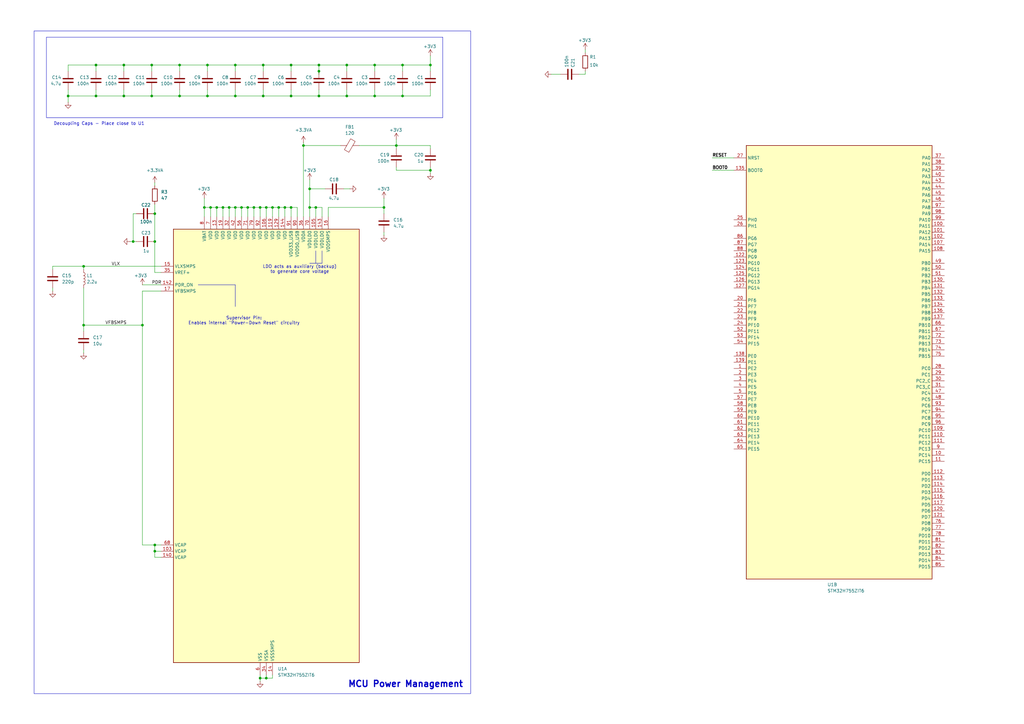
<source format=kicad_sch>
(kicad_sch (version 20250114) (generator "eeschema") (generator_version "9.0")
  (paper "A3")
  (lib_symbols
    (symbol "Device:C" (pin_numbers (hide yes)) (pin_names (offset 0.254))
      (property "Reference" "C" (at 0.635 2.54 0))
      (property "Value" "C" (at 0.635 -2.54 0))
      (symbol "C_0_1"
        (polyline (pts (xy -2.032 0.762) (xy 2.032 0.762)) (stroke (width 0.508)))
        (polyline (pts (xy -2.032 -0.762) (xy 2.032 -0.762)) (stroke (width 0.508)))
      )
      (symbol "C_1_1"
        (pin passive line (at 0 3.81 270) (length 2.794) (name "~") (number "1"))
        (pin passive line (at 0 -3.81 90) (length 2.794) (name "~") (number "2"))
      )
    )
    (symbol "Device:FerriteBead" (pin_numbers (hide yes)) (pin_names (offset 0))
      (property "Reference" "FB" (at -3.81 0.635 90))
      (property "Value" "FerriteBead" (at 3.81 0 90))
      (symbol "FerriteBead_0_1"
        (polyline (pts (xy -2.7686 0.4064) (xy -1.7018 2.2606) (xy 2.7686 -0.3048) (xy 1.6764 -2.159) (xy -2.7686 0.4064)))
        (polyline (pts (xy 0 1.27) (xy 0 1.2954)))
        (polyline (pts (xy 0 -1.27) (xy 0 -1.2192)))
      )
      (symbol "FerriteBead_1_1"
        (pin passive line (at 0 3.81 270) (length 2.54) (name "~") (number "1"))
        (pin passive line (at 0 -3.81 90) (length 2.54) (name "~") (number "2"))
      )
    )
    (symbol "Device:L" (pin_numbers (hide yes)) (pin_names (offset 1.016) (hide yes))
      (property "Reference" "L" (at -1.27 0 90))
      (property "Value" "L" (at 1.905 0 90))
      (symbol "L_0_1"
        (arc (start 0 2.54) (mid 0.6323 1.905) (end 0 1.27))
        (arc (start 0 1.27) (mid 0.6323 0.635) (end 0 0))
        (arc (start 0 0) (mid 0.6323 -0.635) (end 0 -1.27))
        (arc (start 0 -1.27) (mid 0.6323 -1.905) (end 0 -2.54))
      )
      (symbol "L_1_1"
        (pin passive line (at 0 3.81 270) (length 1.27) (name "1") (number "1"))
        (pin passive line (at 0 -3.81 90) (length 1.27) (name "2") (number "2"))
      )
    )
    (symbol "Device:R" (pin_numbers (hide yes)) (pin_names (offset 0))
      (property "Reference" "R" (at 2.032 0 90))
      (property "Value" "R" (at 0 0 90))
      (symbol "R_0_1"
        (rectangle (start -1.016 -2.54) (end 1.016 2.54) (stroke (width 0.254)))
      )
      (symbol "R_1_1"
        (pin passive line (at 0 3.81 270) (length 1.27) (name "~") (number "1"))
        (pin passive line (at 0 -3.81 90) (length 1.27) (name "~") (number "2"))
      )
    )
    (symbol "MCU_ST_STM32H7:STM32H755ZITx"
      (property "Reference" "U1" (at 4.6833 -91.44 0))
      (property "Value" "STM32H755ZIT6" (at 4.6833 -93.98 0))
      (symbol "STM32H755ZITx_0_1"
        (rectangle (start -38.1 88.9) (end 38.1 -88.9) (stroke (width 0.254)) (fill (type background)))
      )
      (symbol "STM32H755ZITx_1_1"
        (pin power_in line (at -43.18 73.66 0) (length 5.08) (name "VLXSMPS") (number "15"))
        (pin input line (at -43.18 71.12 0) (length 5.08) (name "VREF+") (number "35"))
        (pin input line (at -43.18 66.04 0) (length 5.08) (name "PDR_ON") (number "142"))
        (pin input line (at -43.18 63.5 0) (length 5.08) (name "VFBSMPS") (number "17"))
        (pin power_out line (at -43.18 -40.64 0) (length 5.08) (name "VCAP") (number "68"))
        (pin power_out line (at -43.18 -43.18 0) (length 5.08) (name "VCAP") (number "103"))
        (pin power_out line (at -43.18 -45.72 0) (length 5.08) (name "VCAP") (number "140"))
        (pin power_in line (at -25.4 93.98 270) (length 5.08) (name "VBAT") (number "8"))
        (pin power_in line (at -22.86 93.98 270) (length 5.08) (name "VDD") (number "7"))
        (pin power_in line (at -20.32 93.98 270) (length 5.08) (name "VDD") (number "13"))
        (pin power_in line (at -17.78 93.98 270) (length 5.08) (name "VDD") (number "19"))
        (pin power_in line (at -15.24 93.98 270) (length 5.08) (name "VDD") (number "32"))
        (pin power_in line (at -12.7 93.98 270) (length 5.08) (name "VDD") (number "42"))
        (pin power_in line (at -10.16 93.98 270) (length 5.08) (name "VDD") (number "56"))
        (pin power_in line (at -7.62 93.98 270) (length 5.08) (name "VDD") (number "71"))
        (pin power_in line (at -5.08 93.98 270) (length 5.08) (name "VDD") (number "79"))
        (pin power_in line (at -2.54 93.98 270) (length 5.08) (name "VDD") (number "92"))
        (pin passive line (at -2.54 -93.98 90) (length 5.08) (hide yes) (name "VSS") (number "104"))
        (pin passive line (at -2.54 -93.98 90) (length 5.08) (hide yes) (name "VSS") (number "118"))
        (pin passive line (at -2.54 -93.98 90) (length 5.08) (hide yes) (name "VSS") (number "12"))
        (pin passive line (at -2.54 -93.98 90) (length 5.08) (hide yes) (name "VSS") (number "128"))
        (pin passive line (at -2.54 -93.98 90) (length 5.08) (hide yes) (name "VSS") (number "141"))
        (pin passive line (at -2.54 -93.98 90) (length 5.08) (hide yes) (name "VSS") (number "18"))
        (pin passive line (at -2.54 -93.98 90) (length 5.08) (hide yes) (name "VSS") (number "33"))
        (pin passive line (at -2.54 -93.98 90) (length 5.08) (hide yes) (name "VSS") (number "41"))
        (pin passive line (at -2.54 -93.98 90) (length 5.08) (hide yes) (name "VSS") (number "55"))
        (pin power_in line (at -2.54 -93.98 90) (length 5.08) (name "VSS") (number "6"))
        (pin passive line (at -2.54 -93.98 90) (length 5.08) (hide yes) (name "VSS") (number "69"))
        (pin passive line (at -2.54 -93.98 90) (length 5.08) (hide yes) (name "VSS") (number "80"))
        (pin passive line (at -2.54 -93.98 90) (length 5.08) (hide yes) (name "VSS") (number "89"))
        (pin power_in line (at 0 93.98 270) (length 5.08) (name "VDD") (number "106"))
        (pin power_in line (at 0 -93.98 90) (length 5.08) (name "VSSA") (number "34"))
        (pin power_in line (at 2.54 93.98 270) (length 5.08) (name "VDD") (number "119"))
        (pin power_in line (at 2.54 -93.98 90) (length 5.08) (name "VSSSMPS") (number "14"))
        (pin power_in line (at 5.08 93.98 270) (length 5.08) (name "VDD") (number "129"))
        (pin power_in line (at 7.62 93.98 270) (length 5.08) (name "VDD") (number "144"))
        (pin power_in line (at 10.16 93.98 270) (length 5.08) (name "VDD33_USB") (number "91"))
        (pin power_in line (at 12.7 93.98 270) (length 5.08) (name "VDD50_USB") (number "90"))
        (pin power_in line (at 15.24 93.98 270) (length 5.08) (name "VDDA") (number "36"))
        (pin power_in line (at 17.78 93.98 270) (length 5.08) (name "VDDLDO") (number "70"))
        (pin power_in line (at 20.32 93.98 270) (length 5.08) (name "VDDLDO") (number "105"))
        (pin power_in line (at 22.86 93.98 270) (length 5.08) (name "VDDLDO") (number "143"))
        (pin power_in line (at 25.4 93.98 270) (length 5.08) (name "VDDSMPS") (number "16"))
      )
      (symbol "STM32H755ZITx_2_1"
        (pin input line (at -43.18 83.82 0) (length 5.08) (name "NRST") (number "27"))
        (pin input line (at -43.18 78.74 0) (length 5.08) (name "BOOT0") (number "135"))
        (pin bidirectional line (at -43.18 58.42 0) (length 5.08) (name "PH0") (number "25"))
        (pin bidirectional line (at -43.18 55.88 0) (length 5.08) (name "PH1") (number "26"))
        (pin bidirectional line (at -43.18 50.8 0) (length 5.08) (name "PG6") (number "86"))
        (pin bidirectional line (at -43.18 48.26 0) (length 5.08) (name "PG7") (number "87"))
        (pin bidirectional line (at -43.18 45.72 0) (length 5.08) (name "PG8") (number "88"))
        (pin bidirectional line (at -43.18 43.18 0) (length 5.08) (name "PG9") (number "122"))
        (pin bidirectional line (at -43.18 40.64 0) (length 5.08) (name "PG10") (number "123"))
        (pin bidirectional line (at -43.18 38.1 0) (length 5.08) (name "PG11") (number "124"))
        (pin bidirectional line (at -43.18 35.56 0) (length 5.08) (name "PG12") (number "125"))
        (pin bidirectional line (at -43.18 33.02 0) (length 5.08) (name "PG13") (number "126"))
        (pin bidirectional line (at -43.18 30.48 0) (length 5.08) (name "PG14") (number "127"))
        (pin bidirectional line (at -43.18 25.4 0) (length 5.08) (name "PF6") (number "20"))
        (pin bidirectional line (at -43.18 22.86 0) (length 5.08) (name "PF7") (number "21"))
        (pin bidirectional line (at -43.18 20.32 0) (length 5.08) (name "PF8") (number "22"))
        (pin bidirectional line (at -43.18 17.78 0) (length 5.08) (name "PF9") (number "23"))
        (pin bidirectional line (at -43.18 15.24 0) (length 5.08) (name "PF10") (number "24"))
        (pin bidirectional line (at -43.18 12.7 0) (length 5.08) (name "PF11") (number "52"))
        (pin bidirectional line (at -43.18 10.16 0) (length 5.08) (name "PF14") (number "53"))
        (pin bidirectional line (at -43.18 7.62 0) (length 5.08) (name "PF15") (number "54"))
        (pin bidirectional line (at -43.18 2.54 0) (length 5.08) (name "PE0") (number "138"))
        (pin bidirectional line (at -43.18 0 0) (length 5.08) (name "PE1") (number "139"))
        (pin bidirectional line (at -43.18 -2.54 0) (length 5.08) (name "PE2") (number "1"))
        (pin bidirectional line (at -43.18 -5.08 0) (length 5.08) (name "PE3") (number "2"))
        (pin bidirectional line (at -43.18 -7.62 0) (length 5.08) (name "PE4") (number "3"))
        (pin bidirectional line (at -43.18 -10.16 0) (length 5.08) (name "PE5") (number "4"))
        (pin bidirectional line (at -43.18 -12.7 0) (length 5.08) (name "PE6") (number "5"))
        (pin bidirectional line (at -43.18 -15.24 0) (length 5.08) (name "PE7") (number "57"))
        (pin bidirectional line (at -43.18 -17.78 0) (length 5.08) (name "PE8") (number "58"))
        (pin bidirectional line (at -43.18 -20.32 0) (length 5.08) (name "PE9") (number "59"))
        (pin bidirectional line (at -43.18 -22.86 0) (length 5.08) (name "PE10") (number "60"))
        (pin bidirectional line (at -43.18 -25.4 0) (length 5.08) (name "PE11") (number "61"))
        (pin bidirectional line (at -43.18 -27.94 0) (length 5.08) (name "PE12") (number "62"))
        (pin bidirectional line (at -43.18 -30.48 0) (length 5.08) (name "PE13") (number "63"))
        (pin bidirectional line (at -43.18 -33.02 0) (length 5.08) (name "PE14") (number "64"))
        (pin bidirectional line (at -43.18 -35.56 0) (length 5.08) (name "PE15") (number "65"))
        (pin bidirectional line (at 43.18 83.82 180) (length 5.08) (name "PA0") (number "37"))
        (pin bidirectional line (at 43.18 81.28 180) (length 5.08) (name "PA1") (number "38"))
        (pin bidirectional line (at 43.18 78.74 180) (length 5.08) (name "PA2") (number "39"))
        (pin bidirectional line (at 43.18 76.2 180) (length 5.08) (name "PA3") (number "40"))
        (pin bidirectional line (at 43.18 73.66 180) (length 5.08) (name "PA4") (number "43"))
        (pin bidirectional line (at 43.18 71.12 180) (length 5.08) (name "PA5") (number "44"))
        (pin bidirectional line (at 43.18 68.58 180) (length 5.08) (name "PA6") (number "45"))
        (pin bidirectional line (at 43.18 66.04 180) (length 5.08) (name "PA7") (number "46"))
        (pin bidirectional line (at 43.18 63.5 180) (length 5.08) (name "PA8") (number "97"))
        (pin bidirectional line (at 43.18 60.96 180) (length 5.08) (name "PA9") (number "98"))
        (pin bidirectional line (at 43.18 58.42 180) (length 5.08) (name "PA10") (number "99"))
        (pin bidirectional line (at 43.18 55.88 180) (length 5.08) (name "PA11") (number "100"))
        (pin bidirectional line (at 43.18 53.34 180) (length 5.08) (name "PA12") (number "101"))
        (pin bidirectional line (at 43.18 50.8 180) (length 5.08) (name "PA13") (number "102"))
        (pin bidirectional line (at 43.18 48.26 180) (length 5.08) (name "PA14") (number "107"))
        (pin bidirectional line (at 43.18 45.72 180) (length 5.08) (name "PA15") (number "108"))
        (pin bidirectional line (at 43.18 40.64 180) (length 5.08) (name "PB0") (number "49"))
        (pin bidirectional line (at 43.18 38.1 180) (length 5.08) (name "PB1") (number "50"))
        (pin bidirectional line (at 43.18 35.56 180) (length 5.08) (name "PB2") (number "51"))
        (pin bidirectional line (at 43.18 33.02 180) (length 5.08) (name "PB3") (number "130"))
        (pin bidirectional line (at 43.18 30.48 180) (length 5.08) (name "PB4") (number "131"))
        (pin bidirectional line (at 43.18 27.94 180) (length 5.08) (name "PB5") (number "132"))
        (pin bidirectional line (at 43.18 25.4 180) (length 5.08) (name "PB6") (number "133"))
        (pin bidirectional line (at 43.18 22.86 180) (length 5.08) (name "PB7") (number "134"))
        (pin bidirectional line (at 43.18 20.32 180) (length 5.08) (name "PB8") (number "136"))
        (pin bidirectional line (at 43.18 17.78 180) (length 5.08) (name "PB9") (number "137"))
        (pin bidirectional line (at 43.18 15.24 180) (length 5.08) (name "PB10") (number "66"))
        (pin bidirectional line (at 43.18 12.7 180) (length 5.08) (name "PB11") (number "67"))
        (pin bidirectional line (at 43.18 10.16 180) (length 5.08) (name "PB12") (number "72"))
        (pin bidirectional line (at 43.18 7.62 180) (length 5.08) (name "PB13") (number "73"))
        (pin bidirectional line (at 43.18 5.08 180) (length 5.08) (name "PB14") (number "74"))
        (pin bidirectional line (at 43.18 2.54 180) (length 5.08) (name "PB15") (number "75"))
        (pin bidirectional line (at 43.18 -2.54 180) (length 5.08) (name "PC0") (number "28"))
        (pin bidirectional line (at 43.18 -5.08 180) (length 5.08) (name "PC1") (number "29"))
        (pin bidirectional line (at 43.18 -7.62 180) (length 5.08) (name "PC2_C") (number "30"))
        (pin bidirectional line (at 43.18 -10.16 180) (length 5.08) (name "PC3_C") (number "31"))
        (pin bidirectional line (at 43.18 -12.7 180) (length 5.08) (name "PC4") (number "47"))
        (pin bidirectional line (at 43.18 -15.24 180) (length 5.08) (name "PC5") (number "48"))
        (pin bidirectional line (at 43.18 -17.78 180) (length 5.08) (name "PC6") (number "93"))
        (pin bidirectional line (at 43.18 -20.32 180) (length 5.08) (name "PC7") (number "94"))
        (pin bidirectional line (at 43.18 -22.86 180) (length 5.08) (name "PC8") (number "95"))
        (pin bidirectional line (at 43.18 -25.4 180) (length 5.08) (name "PC9") (number "96"))
        (pin bidirectional line (at 43.18 -27.94 180) (length 5.08) (name "PC10") (number "109"))
        (pin bidirectional line (at 43.18 -30.48 180) (length 5.08) (name "PC11") (number "110"))
        (pin bidirectional line (at 43.18 -33.02 180) (length 5.08) (name "PC12") (number "111"))
        (pin bidirectional line (at 43.18 -35.56 180) (length 5.08) (name "PC13") (number "9"))
        (pin bidirectional line (at 43.18 -38.1 180) (length 5.08) (name "PC14") (number "10"))
        (pin bidirectional line (at 43.18 -40.64 180) (length 5.08) (name "PC15") (number "11"))
        (pin bidirectional line (at 43.18 -45.72 180) (length 5.08) (name "PD0") (number "112"))
        (pin bidirectional line (at 43.18 -48.26 180) (length 5.08) (name "PD1") (number "113"))
        (pin bidirectional line (at 43.18 -50.8 180) (length 5.08) (name "PD2") (number "114"))
        (pin bidirectional line (at 43.18 -53.34 180) (length 5.08) (name "PD3") (number "115"))
        (pin bidirectional line (at 43.18 -55.88 180) (length 5.08) (name "PD4") (number "116"))
        (pin bidirectional line (at 43.18 -58.42 180) (length 5.08) (name "PD5") (number "117"))
        (pin bidirectional line (at 43.18 -60.96 180) (length 5.08) (name "PD6") (number "120"))
        (pin bidirectional line (at 43.18 -63.5 180) (length 5.08) (name "PD7") (number "121"))
        (pin bidirectional line (at 43.18 -66.04 180) (length 5.08) (name "PD8") (number "76"))
        (pin bidirectional line (at 43.18 -68.58 180) (length 5.08) (name "PD9") (number "77"))
        (pin bidirectional line (at 43.18 -71.12 180) (length 5.08) (name "PD10") (number "78"))
        (pin bidirectional line (at 43.18 -73.66 180) (length 5.08) (name "PD11") (number "81"))
        (pin bidirectional line (at 43.18 -76.2 180) (length 5.08) (name "PD12") (number "82"))
        (pin bidirectional line (at 43.18 -78.74 180) (length 5.08) (name "PD13") (number "83"))
        (pin bidirectional line (at 43.18 -81.28 180) (length 5.08) (name "PD14") (number "84"))
        (pin bidirectional line (at 43.18 -83.82 180) (length 5.08) (name "PD15") (number "85"))
      )
    )
    (symbol "power:+3.3VA" (power) (pin_numbers (hide yes)) (pin_names (offset 0) (hide yes))
      (property "Value" "+3.3VA" (at 0 3.556 0))
      (symbol "+3.3VA_0_1"
        (polyline (pts (xy -0.762 1.27) (xy 0 2.54)))
        (polyline (pts (xy 0 2.54) (xy 0.762 1.27)))
        (polyline (pts (xy 0 0) (xy 0 2.54)))
      )
      (symbol "+3.3VA_1_1"
        (pin power_in line (at 0 0 90) (length 0) (name "~") (number "1"))
      )
    )
    (symbol "power:+3V3" (power) (pin_numbers (hide yes)) (pin_names (offset 0) (hide yes))
      (property "Value" "+3V3" (at 0 3.556 0))
      (symbol "+3V3_0_1"
        (polyline (pts (xy -0.762 1.27) (xy 0 2.54)))
        (polyline (pts (xy 0 2.54) (xy 0.762 1.27)))
        (polyline (pts (xy 0 0) (xy 0 2.54)))
      )
      (symbol "+3V3_1_1"
        (pin power_in line (at 0 0 90) (length 0) (name "~") (number "1"))
      )
    )
    (symbol "power:GND" (power) (pin_numbers (hide yes)) (pin_names (offset 0) (hide yes))
      (property "Value" "GND" (at 0 -3.81 0))
      (symbol "GND_0_1"
        (polyline (pts (xy 0 0) (xy 0 -1.27) (xy 1.27 -1.27) (xy 0 -2.54) (xy -1.27 -1.27) (xy 0 -1.27)))
      )
      (symbol "GND_1_1"
        (pin power_in line (at 0 0 270) (length 0) (name "~") (number "1"))
      )
    )
  )
  (rectangle (start 19.05 15.24) (end 181.61 48.26))
  (rectangle (start 13.97 12.7) (end 193.04 284.48))
  (text "LDO acts as auxiliary (backup)\nto generate core voltage" (at 122.936 110.49 0) (effects (font (size 1.27 1.27))))
  (text "Supervisor Pin:\nEnables internal \"Power-Down Reset\" circuitry" (at 100.076 131.572 0) (effects (font (size 1.27 1.27))))
  (text "Decoupling Caps - Place close to U1" (at 40.64 50.8 0) (effects (font (size 1.27 1.27))))
  (text "MCU Power Management" (at 166.37 280.67 0) (effects (font (size 2.54 2.54) (thickness 0.508) (bold yes))))
  (junction (at 142.24 39.37))
  (junction (at 129.54 85.09))
  (junction (at 85.09 39.37))
  (junction (at 111.76 85.09))
  (junction (at 101.6 85.09))
  (junction (at 119.38 39.37))
  (junction (at 119.38 26.67))
  (junction (at 162.56 59.69))
  (junction (at 119.38 85.09))
  (junction (at 114.3 85.09))
  (junction (at 104.14 85.09))
  (junction (at 27.94 39.37))
  (junction (at 34.29 133.35))
  (junction (at 107.95 39.37))
  (junction (at 83.82 85.09))
  (junction (at 127 85.09))
  (junction (at 39.37 39.37))
  (junction (at 96.52 85.09))
  (junction (at 165.1 39.37))
  (junction (at 130.81 29.21))
  (junction (at 62.23 39.37))
  (junction (at 54.61 99.06))
  (junction (at 153.67 26.67))
  (junction (at 63.5 87.63))
  (junction (at 63.5 223.52))
  (junction (at 96.52 39.37))
  (junction (at 176.53 69.85))
  (junction (at 157.48 85.09))
  (junction (at 153.67 39.37))
  (junction (at 106.68 85.09))
  (junction (at 58.42 133.35))
  (junction (at 39.37 26.67))
  (junction (at 63.5 226.06))
  (junction (at 88.9 85.09))
  (junction (at 62.23 26.67))
  (junction (at 73.66 39.37))
  (junction (at 130.81 39.37))
  (junction (at 96.52 26.67))
  (junction (at 124.46 59.69))
  (junction (at 142.24 26.67))
  (junction (at 73.66 26.67))
  (junction (at 85.09 26.67))
  (junction (at 63.5 99.06))
  (junction (at 127 77.47))
  (junction (at 176.53 26.67))
  (junction (at 116.84 85.09))
  (junction (at 50.8 39.37))
  (junction (at 34.29 109.22))
  (junction (at 165.1 26.67))
  (junction (at 99.06 85.09))
  (junction (at 93.98 85.09))
  (junction (at 50.8 26.67))
  (junction (at 109.22 85.09))
  (junction (at 109.22 278.13))
  (junction (at 130.81 26.67))
  (junction (at 91.44 85.09))
  (junction (at 107.95 26.67))
  (junction (at 106.68 278.13))
  (junction (at 86.36 85.09))
  (wire (pts (xy 39.37 26.67) (xy 27.94 26.67)))
  (wire (pts (xy 127 85.09) (xy 127 88.9)))
  (wire (pts (xy 127 85.09) (xy 129.54 85.09)))
  (wire (pts (xy 63.5 226.06) (xy 63.5 228.6)))
  (wire (pts (xy 292.1 69.85) (xy 300.99 69.85)))
  (wire (pts (xy 63.5 223.52) (xy 63.5 226.06)))
  (wire (pts (xy 104.14 85.09) (xy 106.68 85.09)))
  (wire (pts (xy 34.29 118.11) (xy 34.29 133.35)))
  (wire (pts (xy 130.81 26.67) (xy 119.38 26.67)))
  (wire (pts (xy 39.37 39.37) (xy 50.8 39.37)))
  (wire (pts (xy 106.68 278.13) (xy 106.68 279.4)))
  (wire (pts (xy 63.5 228.6) (xy 66.04 228.6)))
  (wire (pts (xy 34.29 133.35) (xy 34.29 135.89)))
  (wire (pts (xy 34.29 133.35) (xy 58.42 133.35)))
  (wire (pts (xy 162.56 57.15) (xy 162.56 59.69)))
  (wire (pts (xy 62.23 36.83) (xy 62.23 39.37)))
  (wire (pts (xy 21.59 109.22) (xy 21.59 110.49)))
  (polyline (pts (xy 96.52 125.73) (xy 96.52 116.84)))
  (wire (pts (xy 237.49 30.48) (xy 240.03 30.48)))
  (wire (pts (xy 93.98 85.09) (xy 93.98 88.9)))
  (wire (pts (xy 96.52 85.09) (xy 99.06 85.09)))
  (wire (pts (xy 119.38 85.09) (xy 119.38 88.9)))
  (wire (pts (xy 153.67 26.67) (xy 142.24 26.67)))
  (wire (pts (xy 119.38 36.83) (xy 119.38 39.37)))
  (wire (pts (xy 101.6 85.09) (xy 104.14 85.09)))
  (wire (pts (xy 226.06 30.48) (xy 229.87 30.48)))
  (wire (pts (xy 130.81 39.37) (xy 142.24 39.37)))
  (wire (pts (xy 129.54 85.09) (xy 132.08 85.09)))
  (wire (pts (xy 240.03 21.59) (xy 240.03 20.32)))
  (wire (pts (xy 34.29 109.22) (xy 34.29 110.49)))
  (wire (pts (xy 162.56 69.85) (xy 176.53 69.85)))
  (wire (pts (xy 124.46 59.69) (xy 124.46 88.9)))
  (wire (pts (xy 96.52 26.67) (xy 85.09 26.67)))
  (wire (pts (xy 39.37 26.67) (xy 39.37 29.21)))
  (wire (pts (xy 119.38 26.67) (xy 119.38 29.21)))
  (polyline (pts (xy 81.28 116.84) (xy 96.52 116.84)))
  (wire (pts (xy 162.56 59.69) (xy 176.53 59.69)))
  (wire (pts (xy 50.8 36.83) (xy 50.8 39.37)))
  (wire (pts (xy 39.37 36.83) (xy 39.37 39.37)))
  (wire (pts (xy 85.09 36.83) (xy 85.09 39.37)))
  (wire (pts (xy 176.53 69.85) (xy 176.53 68.58)))
  (wire (pts (xy 58.42 133.35) (xy 58.42 119.38)))
  (wire (pts (xy 106.68 85.09) (xy 109.22 85.09)))
  (wire (pts (xy 130.81 29.21) (xy 130.81 30.48)))
  (wire (pts (xy 165.1 36.83) (xy 165.1 39.37)))
  (wire (pts (xy 83.82 81.28) (xy 83.82 85.09)))
  (polyline (pts (xy 132.08 102.87) (xy 132.08 107.95)))
  (wire (pts (xy 142.24 26.67) (xy 142.24 29.21)))
  (wire (pts (xy 130.81 36.83) (xy 130.81 39.37)))
  (wire (pts (xy 34.29 143.51) (xy 34.29 144.78)))
  (wire (pts (xy 153.67 26.67) (xy 153.67 29.21)))
  (wire (pts (xy 134.62 85.09) (xy 157.48 85.09)))
  (wire (pts (xy 85.09 39.37) (xy 96.52 39.37)))
  (wire (pts (xy 142.24 26.67) (xy 130.81 26.67)))
  (wire (pts (xy 88.9 85.09) (xy 88.9 88.9)))
  (wire (pts (xy 50.8 26.67) (xy 39.37 26.67)))
  (wire (pts (xy 63.5 87.63) (xy 63.5 99.06)))
  (wire (pts (xy 62.23 26.67) (xy 62.23 29.21)))
  (wire (pts (xy 109.22 85.09) (xy 111.76 85.09)))
  (wire (pts (xy 96.52 26.67) (xy 96.52 29.21)))
  (wire (pts (xy 73.66 26.67) (xy 62.23 26.67)))
  (wire (pts (xy 58.42 223.52) (xy 63.5 223.52)))
  (wire (pts (xy 162.56 59.69) (xy 162.56 60.96)))
  (wire (pts (xy 153.67 36.83) (xy 153.67 39.37)))
  (wire (pts (xy 27.94 36.83) (xy 27.94 39.37)))
  (wire (pts (xy 124.46 59.69) (xy 139.7 59.69)))
  (wire (pts (xy 107.95 26.67) (xy 96.52 26.67)))
  (wire (pts (xy 96.52 39.37) (xy 107.95 39.37)))
  (wire (pts (xy 106.68 85.09) (xy 106.68 88.9)))
  (wire (pts (xy 162.56 59.69) (xy 147.32 59.69)))
  (wire (pts (xy 21.59 118.11) (xy 21.59 119.38)))
  (wire (pts (xy 176.53 22.86) (xy 176.53 26.67)))
  (wire (pts (xy 91.44 85.09) (xy 93.98 85.09)))
  (wire (pts (xy 129.54 85.09) (xy 129.54 88.9)))
  (wire (pts (xy 114.3 85.09) (xy 114.3 88.9)))
  (wire (pts (xy 130.81 26.67) (xy 130.81 29.21)))
  (wire (pts (xy 116.84 85.09) (xy 116.84 88.9)))
  (wire (pts (xy 162.56 68.58) (xy 162.56 69.85)))
  (wire (pts (xy 50.8 26.67) (xy 50.8 29.21)))
  (wire (pts (xy 240.03 30.48) (xy 240.03 29.21)))
  (wire (pts (xy 132.08 85.09) (xy 132.08 88.9)))
  (wire (pts (xy 91.44 85.09) (xy 91.44 88.9)))
  (wire (pts (xy 153.67 39.37) (xy 165.1 39.37)))
  (wire (pts (xy 54.61 87.63) (xy 54.61 99.06)))
  (wire (pts (xy 55.88 87.63) (xy 54.61 87.63)))
  (wire (pts (xy 99.06 85.09) (xy 101.6 85.09)))
  (wire (pts (xy 119.38 39.37) (xy 130.81 39.37)))
  (wire (pts (xy 165.1 26.67) (xy 153.67 26.67)))
  (polyline (pts (xy 129.54 102.87) (xy 129.54 107.95)))
  (wire (pts (xy 63.5 111.76) (xy 66.04 111.76)))
  (wire (pts (xy 50.8 39.37) (xy 62.23 39.37)))
  (wire (pts (xy 176.53 26.67) (xy 176.53 29.21)))
  (wire (pts (xy 62.23 39.37) (xy 73.66 39.37)))
  (polyline (pts (xy 127 107.95) (xy 132.08 107.95)))
  (wire (pts (xy 111.76 85.09) (xy 111.76 88.9)))
  (wire (pts (xy 66.04 223.52) (xy 63.5 223.52)))
  (wire (pts (xy 107.95 39.37) (xy 119.38 39.37)))
  (wire (pts (xy 176.53 69.85) (xy 176.53 71.12)))
  (wire (pts (xy 127 73.66) (xy 127 77.47)))
  (wire (pts (xy 63.5 226.06) (xy 66.04 226.06)))
  (wire (pts (xy 34.29 109.22) (xy 21.59 109.22)))
  (wire (pts (xy 165.1 39.37) (xy 176.53 39.37)))
  (wire (pts (xy 73.66 39.37) (xy 85.09 39.37)))
  (wire (pts (xy 111.76 278.13) (xy 111.76 276.86)))
  (wire (pts (xy 109.22 278.13) (xy 111.76 278.13)))
  (wire (pts (xy 157.48 85.09) (xy 157.48 87.63)))
  (wire (pts (xy 83.82 85.09) (xy 83.82 88.9)))
  (wire (pts (xy 83.82 85.09) (xy 86.36 85.09)))
  (wire (pts (xy 58.42 119.38) (xy 66.04 119.38)))
  (wire (pts (xy 157.48 81.28) (xy 157.48 85.09)))
  (wire (pts (xy 107.95 36.83) (xy 107.95 39.37)))
  (wire (pts (xy 106.68 276.86) (xy 106.68 278.13)))
  (wire (pts (xy 114.3 85.09) (xy 116.84 85.09)))
  (wire (pts (xy 124.46 58.42) (xy 124.46 59.69)))
  (wire (pts (xy 157.48 95.25) (xy 157.48 96.52)))
  (wire (pts (xy 292.1 64.77) (xy 300.99 64.77)))
  (wire (pts (xy 96.52 36.83) (xy 96.52 39.37)))
  (wire (pts (xy 96.52 85.09) (xy 96.52 88.9)))
  (wire (pts (xy 109.22 276.86) (xy 109.22 278.13)))
  (wire (pts (xy 104.14 85.09) (xy 104.14 88.9)))
  (wire (pts (xy 73.66 36.83) (xy 73.66 39.37)))
  (wire (pts (xy 109.22 85.09) (xy 109.22 88.9)))
  (wire (pts (xy 116.84 85.09) (xy 119.38 85.09)))
  (wire (pts (xy 121.92 85.09) (xy 121.92 88.9)))
  (wire (pts (xy 140.97 77.47) (xy 143.51 77.47)))
  (wire (pts (xy 111.76 85.09) (xy 114.3 85.09)))
  (wire (pts (xy 27.94 26.67) (xy 27.94 29.21)))
  (wire (pts (xy 63.5 83.82) (xy 63.5 87.63)))
  (wire (pts (xy 176.53 36.83) (xy 176.53 39.37)))
  (wire (pts (xy 106.68 278.13) (xy 109.22 278.13)))
  (wire (pts (xy 101.6 85.09) (xy 101.6 88.9)))
  (wire (pts (xy 119.38 85.09) (xy 121.92 85.09)))
  (wire (pts (xy 34.29 109.22) (xy 66.04 109.22)))
  (wire (pts (xy 176.53 59.69) (xy 176.53 60.96)))
  (wire (pts (xy 85.09 26.67) (xy 73.66 26.67)))
  (wire (pts (xy 54.61 99.06) (xy 55.88 99.06)))
  (wire (pts (xy 86.36 85.09) (xy 86.36 88.9)))
  (wire (pts (xy 176.53 26.67) (xy 165.1 26.67)))
  (wire (pts (xy 27.94 41.91) (xy 27.94 39.37)))
  (wire (pts (xy 63.5 99.06) (xy 63.5 111.76)))
  (wire (pts (xy 88.9 85.09) (xy 91.44 85.09)))
  (wire (pts (xy 134.62 85.09) (xy 134.62 88.9)))
  (wire (pts (xy 58.42 133.35) (xy 58.42 223.52)))
  (wire (pts (xy 165.1 26.67) (xy 165.1 29.21)))
  (wire (pts (xy 99.06 85.09) (xy 99.06 88.9)))
  (wire (pts (xy 86.36 85.09) (xy 88.9 85.09)))
  (wire (pts (xy 119.38 26.67) (xy 107.95 26.67)))
  (wire (pts (xy 73.66 26.67) (xy 73.66 29.21)))
  (wire (pts (xy 127 77.47) (xy 127 85.09)))
  (wire (pts (xy 54.61 99.06) (xy 53.34 99.06)))
  (wire (pts (xy 142.24 36.83) (xy 142.24 39.37)))
  (wire (pts (xy 127 77.47) (xy 133.35 77.47)))
  (wire (pts (xy 58.42 116.84) (xy 66.04 116.84)))
  (wire (pts (xy 93.98 85.09) (xy 96.52 85.09)))
  (wire (pts (xy 62.23 26.67) (xy 50.8 26.67)))
  (wire (pts (xy 27.94 39.37) (xy 39.37 39.37)))
  (wire (pts (xy 85.09 26.67) (xy 85.09 29.21)))
  (wire (pts (xy 142.24 39.37) (xy 153.67 39.37)))
  (wire (pts (xy 63.5 74.93) (xy 63.5 76.2)))
  (wire (pts (xy 107.95 26.67) (xy 107.95 29.21)))
  (label "VFBSMPS" (at 43.18 133.35 0))
  (label "VLX" (at 45.72 109.22 0))
  (label "BOOT0" (at 292.1 69.85 0) (effects (font (thickness 0.254) (bold yes))))
  (label "RESET" (at 292.1 64.77 0) (effects (font (thickness 0.254) (bold yes))))
  (label "PDR" (at 62.23 116.84 0))
  (symbol (lib_id "Device:C") (at 59.69 99.06 270) (mirror x) (unit 1)
    (property "Reference" "C23" (at 57.912 95.504 90) (effects (justify left)))
    (property "Value" "1u" (at 58.674 102.87 90) (effects (justify left)))
    (property "Description" "Unpolarized capacitor" (effects (hide yes)))
  )
  (symbol (lib_id "Device:C") (at 96.52 33.02 0) (mirror y) (unit 1)
    (property "Reference" "C8" (at 93.726 31.75 0) (effects (justify left)))
    (property "Value" "100n" (at 93.726 34.29 0) (effects (justify left)))
    (property "Description" "Unpolarized capacitor" (effects (hide yes)))
  )
  (symbol (lib_id "Device:C") (at 27.94 33.02 0) (mirror y) (unit 1)
    (property "Reference" "C14" (at 25.146 31.75 0) (effects (justify left)))
    (property "Value" "4.7u" (at 25.146 34.29 0) (effects (justify left)))
    (property "Description" "Unpolarized capacitor" (effects (hide yes)))
  )
  (symbol (lib_id "Device:C") (at 50.8 33.02 0) (mirror y) (unit 1)
    (property "Reference" "C12" (at 48.006 31.75 0) (effects (justify left)))
    (property "Value" "100n" (at 48.006 34.29 0) (effects (justify left)))
    (property "Description" "Unpolarized capacitor" (effects (hide yes)))
  )
  (symbol (lib_id "Device:C") (at 73.66 33.02 0) (mirror y) (unit 1)
    (property "Reference" "C10" (at 70.866 31.75 0) (effects (justify left)))
    (property "Value" "100n" (at 70.866 34.29 0) (effects (justify left)))
    (property "Description" "Unpolarized capacitor" (effects (hide yes)))
  )
  (symbol (lib_id "power:+3V3") (at 240.03 20.32 0) (unit 1)
    (property "Reference" "#PWR017" (effects (hide yes)))
    (property "Value" "+3V3" (at 239.776 16.51 0))
    (property "Description" "Power symbol creates a global label with name \"+3V3\"" (effects (hide yes)))
  )
  (symbol (lib_id "power:GND") (at 143.51 77.47 90) (unit 1)
    (property "Reference" "#PWR011" (effects (hide yes)))
    (property "Value" "GND" (effects (hide yes)))
    (property "Description" "Power symbol creates a global label with name \"GND\" , ground" (effects (hide yes)))
  )
  (symbol (lib_id "power:+3.3VA") (at 63.5 74.93 0) (unit 1)
    (property "Reference" "#PWR016" (effects (hide yes)))
    (property "Value" "+3.3VA" (at 63.5 69.85 0))
    (property "Description" "Power symbol creates a global label with name \"+3.3VA\"" (effects (hide yes)))
  )
  (symbol (lib_id "power:GND") (at 226.06 30.48 270) (unit 1)
    (property "Reference" "#PWR018" (effects (hide yes)))
    (property "Value" "GND" (effects (hide yes)))
    (property "Description" "Power symbol creates a global label with name \"GND\" , ground" (effects (hide yes)))
  )
  (symbol (lib_id "Device:C") (at 59.69 87.63 270) (mirror x) (unit 1)
    (property "Reference" "C22" (at 57.912 84.074 90) (effects (justify left)))
    (property "Value" "100n" (at 57.404 90.932 90) (effects (justify left)))
    (property "Description" "Unpolarized capacitor" (effects (hide yes)))
  )
  (symbol (lib_id "Device:C") (at 85.09 33.02 0) (mirror y) (unit 1)
    (property "Reference" "C9" (at 82.296 31.75 0) (effects (justify left)))
    (property "Value" "100n" (at 82.296 34.29 0) (effects (justify left)))
    (property "Description" "Unpolarized capacitor" (effects (hide yes)))
  )
  (symbol (lib_id "Device:C") (at 137.16 77.47 90) (mirror x) (unit 1)
    (property "Reference" "C18" (at 138.938 73.66 90) (effects (justify left)))
    (property "Value" "4.7u" (at 139.192 81.28 90) (effects (justify left)))
    (property "Description" "Unpolarized capacitor" (effects (hide yes)))
    (property "ESR" "100mΩ" (effects (hide yes)))
  )
  (symbol (lib_id "power:GND") (at 21.59 119.38 0) (unit 1)
    (property "Reference" "#PWR05" (effects (hide yes)))
    (property "Value" "GND" (effects (hide yes)))
    (property "Description" "Power symbol creates a global label with name \"GND\" , ground" (effects (hide yes)))
  )
  (symbol (lib_id "Device:R") (at 240.03 25.4 0) (unit 1)
    (property "Reference" "R1" (at 241.808 23.368 0) (effects (justify left)))
    (property "Value" "10k" (at 241.808 26.67 0) (effects (justify left)))
    (property "Description" "Resistor" (effects (hide yes)))
  )
  (symbol (lib_id "power:GND") (at 53.34 99.06 270) (unit 1)
    (property "Reference" "#PWR020" (effects (hide yes)))
    (property "Value" "GND" (effects (hide yes)))
    (property "Description" "Power symbol creates a global label with name \"GND\" , ground" (effects (hide yes)))
  )
  (symbol (lib_id "power:GND") (at 27.94 41.91 0) (unit 1)
    (property "Reference" "#PWR06" (effects (hide yes)))
    (property "Value" "GND" (effects (hide yes)))
    (property "Description" "Power symbol creates a global label with name \"GND\" , ground" (effects (hide yes)))
  )
  (symbol (lib_id "Device:C") (at 176.53 33.02 0) (mirror y) (unit 1)
    (property "Reference" "C1" (at 173.736 31.75 0) (effects (justify left)))
    (property "Value" "100n" (at 173.736 34.29 0) (effects (justify left)))
    (property "Description" "Unpolarized capacitor" (effects (hide yes)))
  )
  (symbol (lib_id "power:GND") (at 34.29 144.78 0) (unit 1)
    (property "Reference" "#PWR07" (effects (hide yes)))
    (property "Value" "GND" (effects (hide yes)))
    (property "Description" "Power symbol creates a global label with name \"GND\" , ground" (effects (hide yes)))
  )
  (symbol (lib_id "Device:C") (at 162.56 64.77 0) (mirror y) (unit 1)
    (property "Reference" "C19" (at 159.766 63.5 0) (effects (justify left)))
    (property "Value" "100n" (at 159.766 66.04 0) (effects (justify left)))
    (property "Description" "Unpolarized capacitor" (effects (hide yes)))
  )
  (symbol (lib_id "Device:C") (at 233.68 30.48 270) (mirror x) (unit 1)
    (property "Reference" "C21" (at 234.95 27.686 0) (effects (justify left)))
    (property "Value" "100n" (at 232.41 27.686 0) (effects (justify left)))
    (property "Description" "Unpolarized capacitor" (effects (hide yes)))
  )
  (symbol (lib_id "MCU_ST_STM32H7:STM32H755ZITx") (at 109.22 182.88 0) (unit 1)
    (property "Reference" "U1" (at 113.9033 274.32 0) (effects (justify left)))
    (property "Value" "STM32H755ZIT6" (at 113.9033 276.86 0) (effects (justify left)))
    (property "Footprint" "Package_QFP:LQFP-144_20x20mm_P0.5mm" (effects (hide yes)))
    (property "Datasheet" "https://www.st.com/resource/en/datasheet/stm32h755zi.pdf" (effects (hide yes)))
    (property "Description" "STMicroelectronics Arm Cortex-M7 MCU, 2048KB flash, 1024KB RAM, 480 MHz, 1.62-3.6V, 99 GPIO, LQFP144" (effects (hide yes)))
  )
  (symbol (lib_id "Device:C") (at 39.37 33.02 0) (mirror y) (unit 1)
    (property "Reference" "C13" (at 36.576 31.75 0) (effects (justify left)))
    (property "Value" "100n" (at 36.576 34.29 0) (effects (justify left)))
    (property "Description" "Unpolarized capacitor" (effects (hide yes)))
  )
  (symbol (lib_id "power:+3V3") (at 83.82 81.28 0) (unit 1)
    (property "Reference" "#PWR02" (effects (hide yes)))
    (property "Value" "+3V3" (at 83.566 77.47 0))
    (property "Description" "Power symbol creates a global label with name \"+3V3\"" (effects (hide yes)))
  )
  (symbol (lib_id "Device:C") (at 142.24 33.02 0) (mirror y) (unit 1)
    (property "Reference" "C4" (at 139.446 31.75 0) (effects (justify left)))
    (property "Value" "100n" (at 139.446 34.29 0) (effects (justify left)))
    (property "Description" "Unpolarized capacitor" (effects (hide yes)))
  )
  (symbol (lib_id "MCU_ST_STM32H7:STM32H755ZITx") (at 344.17 148.59 0) (unit 2)
    (property "Reference" "U1" (at 339.344 239.776 0) (effects (justify left)))
    (property "Value" "STM32H755ZIT6" (at 339.344 242.316 0) (effects (justify left)))
    (property "Footprint" "Package_QFP:LQFP-144_20x20mm_P0.5mm" (effects (hide yes)))
    (property "Datasheet" "https://www.st.com/resource/en/datasheet/stm32h755zi.pdf" (effects (hide yes)))
    (property "Description" "STMicroelectronics Arm Cortex-M7 MCU, 2048KB flash, 1024KB RAM, 480 MHz, 1.62-3.6V, 99 GPIO, LQFP144" (effects (hide yes)))
  )
  (symbol (lib_id "power:+3V3") (at 127 73.66 0) (unit 1)
    (property "Reference" "#PWR010" (effects (hide yes)))
    (property "Value" "+3V3" (at 127 69.85 0))
    (property "Description" "Power symbol creates a global label with name \"+3V3\"" (effects (hide yes)))
  )
  (symbol (lib_id "power:GND") (at 157.48 96.52 0) (unit 1)
    (property "Reference" "#PWR09" (effects (hide yes)))
    (property "Value" "GND" (effects (hide yes)))
    (property "Description" "Power symbol creates a global label with name \"GND\" , ground" (effects (hide yes)))
  )
  (symbol (lib_id "Device:C") (at 62.23 33.02 0) (mirror y) (unit 1)
    (property "Reference" "C11" (at 59.436 31.75 0) (effects (justify left)))
    (property "Value" "100n" (at 59.436 34.29 0) (effects (justify left)))
    (property "Description" "Unpolarized capacitor" (effects (hide yes)))
  )
  (symbol (lib_id "power:GND") (at 106.68 279.4 0) (unit 1)
    (property "Reference" "#PWR01" (effects (hide yes)))
    (property "Value" "GND" (effects (hide yes)))
    (property "Description" "Power symbol creates a global label with name \"GND\" , ground" (effects (hide yes)))
  )
  (symbol (lib_id "power:+3V3") (at 157.48 81.28 0) (unit 1)
    (property "Reference" "#PWR012" (effects (hide yes)))
    (property "Value" "+3V3" (at 157.226 77.47 0))
    (property "Description" "Power symbol creates a global label with name \"+3V3\"" (effects (hide yes)))
  )
  (symbol (lib_id "power:+3V3") (at 176.53 22.86 0) (unit 1)
    (property "Reference" "#PWR03" (effects (hide yes)))
    (property "Value" "+3V3" (at 176.276 19.05 0))
    (property "Description" "Power symbol creates a global label with name \"+3V3\"" (effects (hide yes)))
  )
  (symbol (lib_id "Device:C") (at 119.38 33.02 0) (mirror y) (unit 1)
    (property "Reference" "C6" (at 116.586 31.75 0) (effects (justify left)))
    (property "Value" "100n" (at 116.586 34.29 0) (effects (justify left)))
    (property "Description" "Unpolarized capacitor" (effects (hide yes)))
  )
  (symbol (lib_id "Device:C") (at 130.81 33.02 0) (mirror y) (unit 1)
    (property "Reference" "C5" (at 128.016 31.75 0) (effects (justify left)))
    (property "Value" "100n" (at 128.016 34.29 0) (effects (justify left)))
    (property "Description" "Unpolarized capacitor" (effects (hide yes)))
  )
  (symbol (lib_id "Device:C") (at 21.59 114.3 0) (unit 1)
    (property "Reference" "C15" (at 25.4 113.0299 0) (effects (justify left)))
    (property "Value" "220p" (at 25.4 115.5699 0) (effects (justify left)))
    (property "Description" "Unpolarized capacitor" (effects (hide yes)))
  )
  (symbol (lib_id "Device:C") (at 107.95 33.02 0) (mirror y) (unit 1)
    (property "Reference" "C7" (at 105.156 31.75 0) (effects (justify left)))
    (property "Value" "100n" (at 105.156 34.29 0) (effects (justify left)))
    (property "Description" "Unpolarized capacitor" (effects (hide yes)))
  )
  (symbol (lib_id "Device:R") (at 63.5 80.01 0) (unit 1)
    (property "Reference" "R3" (at 66.04 78.7399 0) (effects (justify left)))
    (property "Value" "47" (at 66.04 81.2799 0) (effects (justify left)))
    (property "Description" "Resistor" (effects (hide yes)))
  )
  (symbol (lib_id "Device:FerriteBead") (at 143.51 59.69 90) (unit 1)
    (property "Reference" "FB1" (at 143.4592 52.07 90))
    (property "Value" "120" (at 143.4592 54.61 90))
    (property "Description" "Ferrite bead" (effects (hide yes)))
  )
  (symbol (lib_id "power:+3V3") (at 162.56 57.15 0) (unit 1)
    (property "Reference" "#PWR014" (effects (hide yes)))
    (property "Value" "+3V3" (at 162.306 53.34 0))
    (property "Description" "Power symbol creates a global label with name \"+3V3\"" (effects (hide yes)))
  )
  (symbol (lib_id "power:+3.3VA") (at 124.46 58.42 0) (unit 1)
    (property "Reference" "#PWR013" (effects (hide yes)))
    (property "Value" "+3.3VA" (at 124.46 53.34 0))
    (property "Description" "Power symbol creates a global label with name \"+3.3VA\"" (effects (hide yes)))
  )
  (symbol (lib_id "Device:C") (at 34.29 139.7 0) (unit 1)
    (property "Reference" "C17" (at 38.1 138.4299 0) (effects (justify left)))
    (property "Value" "10u" (at 38.1 140.9699 0) (effects (justify left)))
    (property "Description" "Unpolarized capacitor" (effects (hide yes)))
    (property "ESR" "20mΩ" (effects (hide yes)))
  )
  (symbol (lib_id "Device:L") (at 34.29 114.3 0) (unit 1)
    (property "Reference" "L1" (at 35.56 113.0299 0) (effects (justify left)))
    (property "Value" "2.2u" (at 35.56 115.5699 0) (effects (justify left)))
    (property "Description" "Inductor" (effects (hide yes)))
  )
  (symbol (lib_id "Device:C") (at 176.53 64.77 0) (mirror y) (unit 1)
    (property "Reference" "C20" (at 173.736 63.5 0) (effects (justify left)))
    (property "Value" "1u" (at 173.736 66.04 0) (effects (justify left)))
    (property "Description" "Unpolarized capacitor" (effects (hide yes)))
  )
  (symbol (lib_id "Device:C") (at 153.67 33.02 0) (mirror y) (unit 1)
    (property "Reference" "C3" (at 150.876 31.75 0) (effects (justify left)))
    (property "Value" "100n" (at 150.876 34.29 0) (effects (justify left)))
    (property "Description" "Unpolarized capacitor" (effects (hide yes)))
  )
  (symbol (lib_id "Device:C") (at 157.48 91.44 0) (unit 1)
    (property "Reference" "C16" (at 161.29 90.1699 0) (effects (justify left)))
    (property "Value" "4.7u" (at 161.29 92.7099 0) (effects (justify left)))
    (property "Description" "Unpolarized capacitor" (effects (hide yes)))
    (property "ESR" "20mΩ" (effects (hide yes)))
  )
  (symbol (lib_id "Device:C") (at 165.1 33.02 0) (mirror y) (unit 1)
    (property "Reference" "C2" (at 162.306 31.75 0) (effects (justify left)))
    (property "Value" "100n" (at 162.306 34.29 0) (effects (justify left)))
    (property "Description" "Unpolarized capacitor" (effects (hide yes)))
  )
  (symbol (lib_id "power:+3V3") (at 58.42 116.84 0) (unit 1)
    (property "Reference" "#PWR04" (effects (hide yes)))
    (property "Value" "+3V3" (at 57.658 113.03 0))
    (property "Description" "Power symbol creates a global label with name \"+3V3\"" (effects (hide yes)))
  )
  (symbol (lib_id "power:GND") (at 176.53 71.12 0) (unit 1)
    (property "Reference" "#PWR015" (effects (hide yes)))
    (property "Value" "GND" (effects (hide yes)))
    (property "Description" "Power symbol creates a global label with name \"GND\" , ground" (effects (hide yes)))
  )
)
</source>
